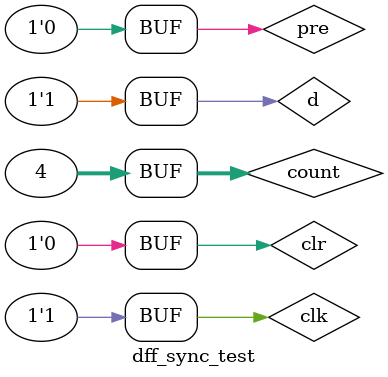
<source format=v>
module dff_sync_test; 
reg preset, clear, d, clk; 
wire q; 
dff_sync gate(q, pre, clr, d, clk); 
integer count; 
initial begin 
pre=0;clr=0; 
for (count = 0; count < 4; count = count + 1) begin 
{d, clk} = count; 
#10; 
end 
end 
endmodule 
</source>
